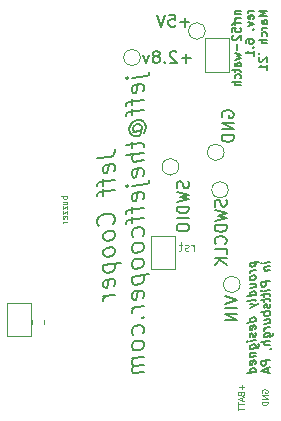
<source format=gbr>
%TF.GenerationSoftware,KiCad,Pcbnew,(5.99.0-8775-g06a515339c)*%
%TF.CreationDate,2021-03-27T13:48:37-04:00*%
%TF.ProjectId,mk2,6d6b322e-6b69-4636-9164-5f7063625858,rev?*%
%TF.SameCoordinates,Original*%
%TF.FileFunction,Legend,Bot*%
%TF.FilePolarity,Positive*%
%FSLAX46Y46*%
G04 Gerber Fmt 4.6, Leading zero omitted, Abs format (unit mm)*
G04 Created by KiCad (PCBNEW (5.99.0-8775-g06a515339c)) date 2021-03-27 13:48:37*
%MOMM*%
%LPD*%
G01*
G04 APERTURE LIST*
%ADD10C,0.175000*%
%ADD11C,0.150000*%
%ADD12C,0.125000*%
%ADD13C,0.187500*%
%ADD14C,0.200000*%
%ADD15C,0.100000*%
%ADD16C,0.120000*%
G04 APERTURE END LIST*
D10*
X31473000Y-13030416D02*
X31939666Y-13030416D01*
X31539666Y-13030416D02*
X31506333Y-13063750D01*
X31473000Y-13130416D01*
X31473000Y-13230416D01*
X31506333Y-13297083D01*
X31573000Y-13330416D01*
X31939666Y-13330416D01*
X31939666Y-13663750D02*
X31473000Y-13663750D01*
X31606333Y-13663750D02*
X31539666Y-13697083D01*
X31506333Y-13730416D01*
X31473000Y-13797083D01*
X31473000Y-13863750D01*
X31473000Y-13997083D02*
X31473000Y-14263750D01*
X31939666Y-14097083D02*
X31339666Y-14097083D01*
X31273000Y-14130416D01*
X31239666Y-14197083D01*
X31239666Y-14263750D01*
X31239666Y-14830416D02*
X31239666Y-14497083D01*
X31573000Y-14463750D01*
X31539666Y-14497083D01*
X31506333Y-14563750D01*
X31506333Y-14730416D01*
X31539666Y-14797083D01*
X31573000Y-14830416D01*
X31639666Y-14863750D01*
X31806333Y-14863750D01*
X31873000Y-14830416D01*
X31906333Y-14797083D01*
X31939666Y-14730416D01*
X31939666Y-14563750D01*
X31906333Y-14497083D01*
X31873000Y-14463750D01*
X31306333Y-15130416D02*
X31273000Y-15163750D01*
X31239666Y-15230416D01*
X31239666Y-15397083D01*
X31273000Y-15463750D01*
X31306333Y-15497083D01*
X31373000Y-15530416D01*
X31439666Y-15530416D01*
X31539666Y-15497083D01*
X31939666Y-15097083D01*
X31939666Y-15530416D01*
X31673000Y-15830416D02*
X31673000Y-16363750D01*
X31473000Y-16630416D02*
X31939666Y-16763750D01*
X31606333Y-16897083D01*
X31939666Y-17030416D01*
X31473000Y-17163750D01*
X31939666Y-17730416D02*
X31573000Y-17730416D01*
X31506333Y-17697083D01*
X31473000Y-17630416D01*
X31473000Y-17497083D01*
X31506333Y-17430416D01*
X31906333Y-17730416D02*
X31939666Y-17663750D01*
X31939666Y-17497083D01*
X31906333Y-17430416D01*
X31839666Y-17397083D01*
X31773000Y-17397083D01*
X31706333Y-17430416D01*
X31673000Y-17497083D01*
X31673000Y-17663750D01*
X31639666Y-17730416D01*
X31473000Y-17963750D02*
X31473000Y-18230416D01*
X31239666Y-18063750D02*
X31839666Y-18063750D01*
X31906333Y-18097083D01*
X31939666Y-18163750D01*
X31939666Y-18230416D01*
X31906333Y-18763750D02*
X31939666Y-18697083D01*
X31939666Y-18563750D01*
X31906333Y-18497083D01*
X31873000Y-18463750D01*
X31806333Y-18430416D01*
X31606333Y-18430416D01*
X31539666Y-18463750D01*
X31506333Y-18497083D01*
X31473000Y-18563750D01*
X31473000Y-18697083D01*
X31506333Y-18763750D01*
X31939666Y-19063750D02*
X31239666Y-19063750D01*
X31939666Y-19363750D02*
X31573000Y-19363750D01*
X31506333Y-19330416D01*
X31473000Y-19263750D01*
X31473000Y-19163750D01*
X31506333Y-19097083D01*
X31539666Y-19063750D01*
X33066666Y-13030416D02*
X32600000Y-13030416D01*
X32733333Y-13030416D02*
X32666666Y-13063750D01*
X32633333Y-13097083D01*
X32600000Y-13163750D01*
X32600000Y-13230416D01*
X33033333Y-13730416D02*
X33066666Y-13663750D01*
X33066666Y-13530416D01*
X33033333Y-13463750D01*
X32966666Y-13430416D01*
X32700000Y-13430416D01*
X32633333Y-13463750D01*
X32600000Y-13530416D01*
X32600000Y-13663750D01*
X32633333Y-13730416D01*
X32700000Y-13763750D01*
X32766666Y-13763750D01*
X32833333Y-13430416D01*
X32600000Y-13997083D02*
X33066666Y-14163750D01*
X32600000Y-14330416D01*
X33000000Y-14597083D02*
X33033333Y-14630416D01*
X33066666Y-14597083D01*
X33033333Y-14563750D01*
X33000000Y-14597083D01*
X33066666Y-14597083D01*
X32366666Y-15763750D02*
X32366666Y-15630416D01*
X32400000Y-15563750D01*
X32433333Y-15530416D01*
X32533333Y-15463750D01*
X32666666Y-15430416D01*
X32933333Y-15430416D01*
X33000000Y-15463750D01*
X33033333Y-15497083D01*
X33066666Y-15563750D01*
X33066666Y-15697083D01*
X33033333Y-15763750D01*
X33000000Y-15797083D01*
X32933333Y-15830416D01*
X32766666Y-15830416D01*
X32700000Y-15797083D01*
X32666666Y-15763750D01*
X32633333Y-15697083D01*
X32633333Y-15563750D01*
X32666666Y-15497083D01*
X32700000Y-15463750D01*
X32766666Y-15430416D01*
X33000000Y-16130416D02*
X33033333Y-16163750D01*
X33066666Y-16130416D01*
X33033333Y-16097083D01*
X33000000Y-16130416D01*
X33066666Y-16130416D01*
X33066666Y-16830416D02*
X33066666Y-16430416D01*
X33066666Y-16630416D02*
X32366666Y-16630416D01*
X32466666Y-16563750D01*
X32533333Y-16497083D01*
X32566666Y-16430416D01*
X34193666Y-13030416D02*
X33493666Y-13030416D01*
X33993666Y-13263750D01*
X33493666Y-13497083D01*
X34193666Y-13497083D01*
X34193666Y-14130416D02*
X33827000Y-14130416D01*
X33760333Y-14097083D01*
X33727000Y-14030416D01*
X33727000Y-13897083D01*
X33760333Y-13830416D01*
X34160333Y-14130416D02*
X34193666Y-14063750D01*
X34193666Y-13897083D01*
X34160333Y-13830416D01*
X34093666Y-13797083D01*
X34027000Y-13797083D01*
X33960333Y-13830416D01*
X33927000Y-13897083D01*
X33927000Y-14063750D01*
X33893666Y-14130416D01*
X34193666Y-14463750D02*
X33727000Y-14463750D01*
X33860333Y-14463750D02*
X33793666Y-14497083D01*
X33760333Y-14530416D01*
X33727000Y-14597083D01*
X33727000Y-14663750D01*
X34160333Y-15197083D02*
X34193666Y-15130416D01*
X34193666Y-14997083D01*
X34160333Y-14930416D01*
X34127000Y-14897083D01*
X34060333Y-14863750D01*
X33860333Y-14863750D01*
X33793666Y-14897083D01*
X33760333Y-14930416D01*
X33727000Y-14997083D01*
X33727000Y-15130416D01*
X33760333Y-15197083D01*
X34193666Y-15497083D02*
X33493666Y-15497083D01*
X34193666Y-15797083D02*
X33827000Y-15797083D01*
X33760333Y-15763750D01*
X33727000Y-15697083D01*
X33727000Y-15597083D01*
X33760333Y-15530416D01*
X33793666Y-15497083D01*
X33493666Y-16697083D02*
X33627000Y-16630416D01*
X33560333Y-16963750D02*
X33527000Y-16997083D01*
X33493666Y-17063750D01*
X33493666Y-17230416D01*
X33527000Y-17297083D01*
X33560333Y-17330416D01*
X33627000Y-17363750D01*
X33693666Y-17363750D01*
X33793666Y-17330416D01*
X34193666Y-16930416D01*
X34193666Y-17363750D01*
X34193666Y-18030416D02*
X34193666Y-17630416D01*
X34193666Y-17830416D02*
X33493666Y-17830416D01*
X33593666Y-17763750D01*
X33660333Y-17697083D01*
X33693666Y-17630416D01*
D11*
X27702380Y-17071428D02*
X26940476Y-17071428D01*
X27321428Y-17452380D02*
X27321428Y-16690476D01*
X26511904Y-16547619D02*
X26464285Y-16500000D01*
X26369047Y-16452380D01*
X26130952Y-16452380D01*
X26035714Y-16500000D01*
X25988095Y-16547619D01*
X25940476Y-16642857D01*
X25940476Y-16738095D01*
X25988095Y-16880952D01*
X26559523Y-17452380D01*
X25940476Y-17452380D01*
X25511904Y-17357142D02*
X25464285Y-17404761D01*
X25511904Y-17452380D01*
X25559523Y-17404761D01*
X25511904Y-17357142D01*
X25511904Y-17452380D01*
X24892857Y-16880952D02*
X24988095Y-16833333D01*
X25035714Y-16785714D01*
X25083333Y-16690476D01*
X25083333Y-16642857D01*
X25035714Y-16547619D01*
X24988095Y-16500000D01*
X24892857Y-16452380D01*
X24702380Y-16452380D01*
X24607142Y-16500000D01*
X24559523Y-16547619D01*
X24511904Y-16642857D01*
X24511904Y-16690476D01*
X24559523Y-16785714D01*
X24607142Y-16833333D01*
X24702380Y-16880952D01*
X24892857Y-16880952D01*
X24988095Y-16928571D01*
X25035714Y-16976190D01*
X25083333Y-17071428D01*
X25083333Y-17261904D01*
X25035714Y-17357142D01*
X24988095Y-17404761D01*
X24892857Y-17452380D01*
X24702380Y-17452380D01*
X24607142Y-17404761D01*
X24559523Y-17357142D01*
X24511904Y-17261904D01*
X24511904Y-17071428D01*
X24559523Y-16976190D01*
X24607142Y-16928571D01*
X24702380Y-16880952D01*
X24178571Y-16785714D02*
X23940476Y-17452380D01*
X23702380Y-16785714D01*
X27600114Y-13990628D02*
X26838209Y-13990628D01*
X27219161Y-14371580D02*
X27219161Y-13609676D01*
X25885828Y-13371580D02*
X26362019Y-13371580D01*
X26409638Y-13847771D01*
X26362019Y-13800152D01*
X26266780Y-13752533D01*
X26028685Y-13752533D01*
X25933447Y-13800152D01*
X25885828Y-13847771D01*
X25838209Y-13943009D01*
X25838209Y-14181104D01*
X25885828Y-14276342D01*
X25933447Y-14323961D01*
X26028685Y-14371580D01*
X26266780Y-14371580D01*
X26362019Y-14323961D01*
X26409638Y-14276342D01*
X25552495Y-13371580D02*
X25219161Y-14371580D01*
X24885828Y-13371580D01*
D12*
X17244190Y-28737857D02*
X16744190Y-28737857D01*
X16934666Y-28737857D02*
X16910857Y-28785476D01*
X16910857Y-28880714D01*
X16934666Y-28928333D01*
X16958476Y-28952142D01*
X17006095Y-28975952D01*
X17148952Y-28975952D01*
X17196571Y-28952142D01*
X17220380Y-28928333D01*
X17244190Y-28880714D01*
X17244190Y-28785476D01*
X17220380Y-28737857D01*
X16910857Y-29404523D02*
X17244190Y-29404523D01*
X16910857Y-29190238D02*
X17172761Y-29190238D01*
X17220380Y-29214047D01*
X17244190Y-29261666D01*
X17244190Y-29333095D01*
X17220380Y-29380714D01*
X17196571Y-29404523D01*
X16910857Y-29595000D02*
X16910857Y-29856904D01*
X17244190Y-29595000D01*
X17244190Y-29856904D01*
X16910857Y-29999761D02*
X16910857Y-30261666D01*
X17244190Y-29999761D01*
X17244190Y-30261666D01*
X17220380Y-30642619D02*
X17244190Y-30595000D01*
X17244190Y-30499761D01*
X17220380Y-30452142D01*
X17172761Y-30428333D01*
X16982285Y-30428333D01*
X16934666Y-30452142D01*
X16910857Y-30499761D01*
X16910857Y-30595000D01*
X16934666Y-30642619D01*
X16982285Y-30666428D01*
X17029904Y-30666428D01*
X17077523Y-30428333D01*
X17244190Y-30880714D02*
X16910857Y-30880714D01*
X17006095Y-30880714D02*
X16958476Y-30904523D01*
X16934666Y-30928333D01*
X16910857Y-30975952D01*
X16910857Y-31023571D01*
D11*
X30652380Y-37204761D02*
X31652380Y-37538095D01*
X30652380Y-37871428D01*
X31652380Y-38204761D02*
X30652380Y-38204761D01*
X31652380Y-38680952D02*
X30652380Y-38680952D01*
X31652380Y-39252380D01*
X30652380Y-39252380D01*
X30400000Y-22038095D02*
X30352380Y-21942857D01*
X30352380Y-21800000D01*
X30400000Y-21657142D01*
X30495238Y-21561904D01*
X30590476Y-21514285D01*
X30780952Y-21466666D01*
X30923809Y-21466666D01*
X31114285Y-21514285D01*
X31209523Y-21561904D01*
X31304761Y-21657142D01*
X31352380Y-21800000D01*
X31352380Y-21895238D01*
X31304761Y-22038095D01*
X31257142Y-22085714D01*
X30923809Y-22085714D01*
X30923809Y-21895238D01*
X31352380Y-22514285D02*
X30352380Y-22514285D01*
X31352380Y-23085714D01*
X30352380Y-23085714D01*
X31352380Y-23561904D02*
X30352380Y-23561904D01*
X30352380Y-23800000D01*
X30400000Y-23942857D01*
X30495238Y-24038095D01*
X30590476Y-24085714D01*
X30780952Y-24133333D01*
X30923809Y-24133333D01*
X31114285Y-24085714D01*
X31209523Y-24038095D01*
X31304761Y-23942857D01*
X31352380Y-23800000D01*
X31352380Y-23561904D01*
D13*
X32735535Y-34367410D02*
X33485535Y-34273660D01*
X32771250Y-34362946D02*
X32735535Y-34438839D01*
X32735535Y-34581696D01*
X32771250Y-34648660D01*
X32806964Y-34679910D01*
X32878392Y-34706696D01*
X33092678Y-34679910D01*
X33164107Y-34635267D01*
X33199821Y-34595089D01*
X33235535Y-34519196D01*
X33235535Y-34376339D01*
X33199821Y-34309375D01*
X33235535Y-34983482D02*
X32735535Y-35045982D01*
X32878392Y-35028125D02*
X32806964Y-35072767D01*
X32771250Y-35112946D01*
X32735535Y-35188839D01*
X32735535Y-35260267D01*
X33235535Y-35554910D02*
X33199821Y-35487946D01*
X33164107Y-35456696D01*
X33092678Y-35429910D01*
X32878392Y-35456696D01*
X32806964Y-35501339D01*
X32771250Y-35541517D01*
X32735535Y-35617410D01*
X32735535Y-35724553D01*
X32771250Y-35791517D01*
X32806964Y-35822767D01*
X32878392Y-35849553D01*
X33092678Y-35822767D01*
X33164107Y-35778125D01*
X33199821Y-35737946D01*
X33235535Y-35662053D01*
X33235535Y-35554910D01*
X32735535Y-36510267D02*
X33235535Y-36447767D01*
X32735535Y-36188839D02*
X33128392Y-36139732D01*
X33199821Y-36166517D01*
X33235535Y-36233482D01*
X33235535Y-36340625D01*
X33199821Y-36416517D01*
X33164107Y-36456696D01*
X33235535Y-37126339D02*
X32485535Y-37220089D01*
X33199821Y-37130803D02*
X33235535Y-37054910D01*
X33235535Y-36912053D01*
X33199821Y-36845089D01*
X33164107Y-36813839D01*
X33092678Y-36787053D01*
X32878392Y-36813839D01*
X32806964Y-36858482D01*
X32771250Y-36898660D01*
X32735535Y-36974553D01*
X32735535Y-37117410D01*
X32771250Y-37184375D01*
X33235535Y-37590625D02*
X33199821Y-37523660D01*
X33128392Y-37496875D01*
X32485535Y-37577232D01*
X32735535Y-37867410D02*
X33235535Y-37983482D01*
X32735535Y-38224553D02*
X33235535Y-37983482D01*
X33414107Y-37889732D01*
X33449821Y-37849553D01*
X33485535Y-37773660D01*
X33235535Y-39340625D02*
X32485535Y-39434375D01*
X33199821Y-39345089D02*
X33235535Y-39269196D01*
X33235535Y-39126339D01*
X33199821Y-39059375D01*
X33164107Y-39028125D01*
X33092678Y-39001339D01*
X32878392Y-39028125D01*
X32806964Y-39072767D01*
X32771250Y-39112946D01*
X32735535Y-39188839D01*
X32735535Y-39331696D01*
X32771250Y-39398660D01*
X33199821Y-39987946D02*
X33235535Y-39912053D01*
X33235535Y-39769196D01*
X33199821Y-39702232D01*
X33128392Y-39675446D01*
X32842678Y-39711160D01*
X32771250Y-39755803D01*
X32735535Y-39831696D01*
X32735535Y-39974553D01*
X32771250Y-40041517D01*
X32842678Y-40068303D01*
X32914107Y-40059375D01*
X32985535Y-39693303D01*
X33199821Y-40309375D02*
X33235535Y-40376339D01*
X33235535Y-40519196D01*
X33199821Y-40595089D01*
X33128392Y-40639732D01*
X33092678Y-40644196D01*
X33021250Y-40617410D01*
X32985535Y-40550446D01*
X32985535Y-40443303D01*
X32949821Y-40376339D01*
X32878392Y-40349553D01*
X32842678Y-40354017D01*
X32771250Y-40398660D01*
X32735535Y-40474553D01*
X32735535Y-40581696D01*
X32771250Y-40648660D01*
X33235535Y-40947767D02*
X32735535Y-41010267D01*
X32485535Y-41041517D02*
X32521250Y-41001339D01*
X32556964Y-41032589D01*
X32521250Y-41072767D01*
X32485535Y-41041517D01*
X32556964Y-41032589D01*
X32735535Y-41688839D02*
X33342678Y-41612946D01*
X33414107Y-41568303D01*
X33449821Y-41528125D01*
X33485535Y-41452232D01*
X33485535Y-41345089D01*
X33449821Y-41278125D01*
X33199821Y-41630803D02*
X33235535Y-41554910D01*
X33235535Y-41412053D01*
X33199821Y-41345089D01*
X33164107Y-41313839D01*
X33092678Y-41287053D01*
X32878392Y-41313839D01*
X32806964Y-41358482D01*
X32771250Y-41398660D01*
X32735535Y-41474553D01*
X32735535Y-41617410D01*
X32771250Y-41684375D01*
X32735535Y-42045982D02*
X33235535Y-41983482D01*
X32806964Y-42037053D02*
X32771250Y-42077232D01*
X32735535Y-42153125D01*
X32735535Y-42260267D01*
X32771250Y-42327232D01*
X32842678Y-42354017D01*
X33235535Y-42304910D01*
X33199821Y-42952232D02*
X33235535Y-42876339D01*
X33235535Y-42733482D01*
X33199821Y-42666517D01*
X33128392Y-42639732D01*
X32842678Y-42675446D01*
X32771250Y-42720089D01*
X32735535Y-42795982D01*
X32735535Y-42938839D01*
X32771250Y-43005803D01*
X32842678Y-43032589D01*
X32914107Y-43023660D01*
X32985535Y-42657589D01*
X33235535Y-43626339D02*
X32485535Y-43720089D01*
X33199821Y-43630803D02*
X33235535Y-43554910D01*
X33235535Y-43412053D01*
X33199821Y-43345089D01*
X33164107Y-43313839D01*
X33092678Y-43287053D01*
X32878392Y-43313839D01*
X32806964Y-43358482D01*
X32771250Y-43398660D01*
X32735535Y-43474553D01*
X32735535Y-43617410D01*
X32771250Y-43684375D01*
X34443035Y-34304910D02*
X33943035Y-34367410D01*
X33693035Y-34398660D02*
X33728750Y-34358482D01*
X33764464Y-34389732D01*
X33728750Y-34429910D01*
X33693035Y-34398660D01*
X33764464Y-34389732D01*
X33943035Y-34724553D02*
X34443035Y-34662053D01*
X34014464Y-34715625D02*
X33978750Y-34755803D01*
X33943035Y-34831696D01*
X33943035Y-34938839D01*
X33978750Y-35005803D01*
X34050178Y-35032589D01*
X34443035Y-34983482D01*
X34443035Y-35912053D02*
X33693035Y-36005803D01*
X33693035Y-36291517D01*
X33728750Y-36358482D01*
X33764464Y-36389732D01*
X33835892Y-36416517D01*
X33943035Y-36403125D01*
X34014464Y-36358482D01*
X34050178Y-36318303D01*
X34085892Y-36242410D01*
X34085892Y-35956696D01*
X34443035Y-36662053D02*
X33943035Y-36724553D01*
X33693035Y-36755803D02*
X33728750Y-36715625D01*
X33764464Y-36746875D01*
X33728750Y-36787053D01*
X33693035Y-36755803D01*
X33764464Y-36746875D01*
X33943035Y-36974553D02*
X33943035Y-37260267D01*
X33693035Y-37112946D02*
X34335892Y-37032589D01*
X34407321Y-37059375D01*
X34443035Y-37126339D01*
X34443035Y-37197767D01*
X33943035Y-37403125D02*
X33943035Y-37688839D01*
X33693035Y-37541517D02*
X34335892Y-37461160D01*
X34407321Y-37487946D01*
X34443035Y-37554910D01*
X34443035Y-37626339D01*
X34407321Y-37845089D02*
X34443035Y-37912053D01*
X34443035Y-38054910D01*
X34407321Y-38130803D01*
X34335892Y-38175446D01*
X34300178Y-38179910D01*
X34228750Y-38153125D01*
X34193035Y-38086160D01*
X34193035Y-37979017D01*
X34157321Y-37912053D01*
X34085892Y-37885267D01*
X34050178Y-37889732D01*
X33978750Y-37934375D01*
X33943035Y-38010267D01*
X33943035Y-38117410D01*
X33978750Y-38184375D01*
X34443035Y-38483482D02*
X33693035Y-38577232D01*
X33978750Y-38541517D02*
X33943035Y-38617410D01*
X33943035Y-38760267D01*
X33978750Y-38827232D01*
X34014464Y-38858482D01*
X34085892Y-38885267D01*
X34300178Y-38858482D01*
X34371607Y-38813839D01*
X34407321Y-38773660D01*
X34443035Y-38697767D01*
X34443035Y-38554910D01*
X34407321Y-38487946D01*
X33943035Y-39545982D02*
X34443035Y-39483482D01*
X33943035Y-39224553D02*
X34335892Y-39175446D01*
X34407321Y-39202232D01*
X34443035Y-39269196D01*
X34443035Y-39376339D01*
X34407321Y-39452232D01*
X34371607Y-39492410D01*
X34443035Y-39840625D02*
X33943035Y-39903125D01*
X34085892Y-39885267D02*
X34014464Y-39929910D01*
X33978750Y-39970089D01*
X33943035Y-40045982D01*
X33943035Y-40117410D01*
X33943035Y-40688839D02*
X34550178Y-40612946D01*
X34621607Y-40568303D01*
X34657321Y-40528125D01*
X34693035Y-40452232D01*
X34693035Y-40345089D01*
X34657321Y-40278125D01*
X34407321Y-40630803D02*
X34443035Y-40554910D01*
X34443035Y-40412053D01*
X34407321Y-40345089D01*
X34371607Y-40313839D01*
X34300178Y-40287053D01*
X34085892Y-40313839D01*
X34014464Y-40358482D01*
X33978750Y-40398660D01*
X33943035Y-40474553D01*
X33943035Y-40617410D01*
X33978750Y-40684375D01*
X34443035Y-40983482D02*
X33693035Y-41077232D01*
X34443035Y-41304910D02*
X34050178Y-41354017D01*
X33978750Y-41327232D01*
X33943035Y-41260267D01*
X33943035Y-41153125D01*
X33978750Y-41077232D01*
X34014464Y-41037053D01*
X34407321Y-41702232D02*
X34443035Y-41697767D01*
X34514464Y-41653125D01*
X34550178Y-41612946D01*
X34443035Y-42590625D02*
X33693035Y-42684375D01*
X33693035Y-42970089D01*
X33728750Y-43037053D01*
X33764464Y-43068303D01*
X33835892Y-43095089D01*
X33943035Y-43081696D01*
X34014464Y-43037053D01*
X34050178Y-42996875D01*
X34085892Y-42920982D01*
X34085892Y-42635267D01*
X34228750Y-43331696D02*
X34228750Y-43688839D01*
X34443035Y-43233482D02*
X33693035Y-43577232D01*
X34443035Y-43733482D01*
D12*
X32035714Y-44714285D02*
X32035714Y-45095238D01*
X32226190Y-44904761D02*
X31845238Y-44904761D01*
X31964285Y-45500000D02*
X31988095Y-45571428D01*
X32011904Y-45595238D01*
X32059523Y-45619047D01*
X32130952Y-45619047D01*
X32178571Y-45595238D01*
X32202380Y-45571428D01*
X32226190Y-45523809D01*
X32226190Y-45333333D01*
X31726190Y-45333333D01*
X31726190Y-45500000D01*
X31750000Y-45547619D01*
X31773809Y-45571428D01*
X31821428Y-45595238D01*
X31869047Y-45595238D01*
X31916666Y-45571428D01*
X31940476Y-45547619D01*
X31964285Y-45500000D01*
X31964285Y-45333333D01*
X32083333Y-45809523D02*
X32083333Y-46047619D01*
X32226190Y-45761904D02*
X31726190Y-45928571D01*
X32226190Y-46095238D01*
X31726190Y-46190476D02*
X31726190Y-46476190D01*
X32226190Y-46333333D02*
X31726190Y-46333333D01*
X31726190Y-46571428D02*
X31726190Y-46857142D01*
X32226190Y-46714285D02*
X31726190Y-46714285D01*
D11*
X30704761Y-29038095D02*
X30752380Y-29180952D01*
X30752380Y-29419047D01*
X30704761Y-29514285D01*
X30657142Y-29561904D01*
X30561904Y-29609523D01*
X30466666Y-29609523D01*
X30371428Y-29561904D01*
X30323809Y-29514285D01*
X30276190Y-29419047D01*
X30228571Y-29228571D01*
X30180952Y-29133333D01*
X30133333Y-29085714D01*
X30038095Y-29038095D01*
X29942857Y-29038095D01*
X29847619Y-29085714D01*
X29800000Y-29133333D01*
X29752380Y-29228571D01*
X29752380Y-29466666D01*
X29800000Y-29609523D01*
X29752380Y-29942857D02*
X30752380Y-30180952D01*
X30038095Y-30371428D01*
X30752380Y-30561904D01*
X29752380Y-30800000D01*
X30752380Y-31180952D02*
X29752380Y-31180952D01*
X29752380Y-31419047D01*
X29800000Y-31561904D01*
X29895238Y-31657142D01*
X29990476Y-31704761D01*
X30180952Y-31752380D01*
X30323809Y-31752380D01*
X30514285Y-31704761D01*
X30609523Y-31657142D01*
X30704761Y-31561904D01*
X30752380Y-31419047D01*
X30752380Y-31180952D01*
X30657142Y-32752380D02*
X30704761Y-32704761D01*
X30752380Y-32561904D01*
X30752380Y-32466666D01*
X30704761Y-32323809D01*
X30609523Y-32228571D01*
X30514285Y-32180952D01*
X30323809Y-32133333D01*
X30180952Y-32133333D01*
X29990476Y-32180952D01*
X29895238Y-32228571D01*
X29800000Y-32323809D01*
X29752380Y-32466666D01*
X29752380Y-32561904D01*
X29800000Y-32704761D01*
X29847619Y-32752380D01*
X30752380Y-33657142D02*
X30752380Y-33180952D01*
X29752380Y-33180952D01*
X30752380Y-33990476D02*
X29752380Y-33990476D01*
X30752380Y-34561904D02*
X30180952Y-34133333D01*
X29752380Y-34561904D02*
X30323809Y-33990476D01*
X27504761Y-27480952D02*
X27552380Y-27623809D01*
X27552380Y-27861904D01*
X27504761Y-27957142D01*
X27457142Y-28004761D01*
X27361904Y-28052380D01*
X27266666Y-28052380D01*
X27171428Y-28004761D01*
X27123809Y-27957142D01*
X27076190Y-27861904D01*
X27028571Y-27671428D01*
X26980952Y-27576190D01*
X26933333Y-27528571D01*
X26838095Y-27480952D01*
X26742857Y-27480952D01*
X26647619Y-27528571D01*
X26600000Y-27576190D01*
X26552380Y-27671428D01*
X26552380Y-27909523D01*
X26600000Y-28052380D01*
X26552380Y-28385714D02*
X27552380Y-28623809D01*
X26838095Y-28814285D01*
X27552380Y-29004761D01*
X26552380Y-29242857D01*
X27552380Y-29623809D02*
X26552380Y-29623809D01*
X26552380Y-29861904D01*
X26600000Y-30004761D01*
X26695238Y-30100000D01*
X26790476Y-30147619D01*
X26980952Y-30195238D01*
X27123809Y-30195238D01*
X27314285Y-30147619D01*
X27409523Y-30100000D01*
X27504761Y-30004761D01*
X27552380Y-29861904D01*
X27552380Y-29623809D01*
X27552380Y-30623809D02*
X26552380Y-30623809D01*
X26552380Y-31290476D02*
X26552380Y-31480952D01*
X26600000Y-31576190D01*
X26695238Y-31671428D01*
X26885714Y-31719047D01*
X27219047Y-31719047D01*
X27409523Y-31671428D01*
X27504761Y-31576190D01*
X27552380Y-31480952D01*
X27552380Y-31290476D01*
X27504761Y-31195238D01*
X27409523Y-31100000D01*
X27219047Y-31052380D01*
X26885714Y-31052380D01*
X26695238Y-31100000D01*
X26600000Y-31195238D01*
X26552380Y-31290476D01*
D14*
X19815071Y-25537491D02*
X20886500Y-25403562D01*
X21100785Y-25305348D01*
X21243642Y-25144633D01*
X21315071Y-24921419D01*
X21315071Y-24778562D01*
X21243642Y-26644633D02*
X21315071Y-26492848D01*
X21315071Y-26207133D01*
X21243642Y-26073205D01*
X21100785Y-26019633D01*
X20529357Y-26091062D01*
X20386500Y-26180348D01*
X20315071Y-26332133D01*
X20315071Y-26617848D01*
X20386500Y-26751776D01*
X20529357Y-26805348D01*
X20672214Y-26787491D01*
X20815071Y-26055348D01*
X20315071Y-27260705D02*
X20315071Y-27832133D01*
X21315071Y-27349991D02*
X20029357Y-27510705D01*
X19886500Y-27599991D01*
X19815071Y-27751776D01*
X19815071Y-27894633D01*
X20315071Y-28117848D02*
X20315071Y-28689276D01*
X21315071Y-28207133D02*
X20029357Y-28367848D01*
X19886500Y-28457133D01*
X19815071Y-28608919D01*
X19815071Y-28751776D01*
X21172214Y-31082133D02*
X21243642Y-31001776D01*
X21315071Y-30778562D01*
X21315071Y-30635705D01*
X21243642Y-30430348D01*
X21100785Y-30305348D01*
X20957928Y-30251776D01*
X20672214Y-30216062D01*
X20457928Y-30242848D01*
X20172214Y-30349991D01*
X20029357Y-30439276D01*
X19886500Y-30599991D01*
X19815071Y-30823205D01*
X19815071Y-30966062D01*
X19886500Y-31171419D01*
X19957928Y-31233919D01*
X21315071Y-31921419D02*
X21243642Y-31787491D01*
X21172214Y-31724991D01*
X21029357Y-31671419D01*
X20600785Y-31724991D01*
X20457928Y-31814276D01*
X20386500Y-31894633D01*
X20315071Y-32046419D01*
X20315071Y-32260705D01*
X20386500Y-32394633D01*
X20457928Y-32457133D01*
X20600785Y-32510705D01*
X21029357Y-32457133D01*
X21172214Y-32367848D01*
X21243642Y-32287491D01*
X21315071Y-32135705D01*
X21315071Y-31921419D01*
X21315071Y-33278562D02*
X21243642Y-33144633D01*
X21172214Y-33082133D01*
X21029357Y-33028562D01*
X20600785Y-33082133D01*
X20457928Y-33171419D01*
X20386500Y-33251776D01*
X20315071Y-33403562D01*
X20315071Y-33617848D01*
X20386500Y-33751776D01*
X20457928Y-33814276D01*
X20600785Y-33867848D01*
X21029357Y-33814276D01*
X21172214Y-33724991D01*
X21243642Y-33644633D01*
X21315071Y-33492848D01*
X21315071Y-33278562D01*
X20315071Y-34546419D02*
X21815071Y-34358919D01*
X20386500Y-34537491D02*
X20315071Y-34689276D01*
X20315071Y-34974991D01*
X20386500Y-35108919D01*
X20457928Y-35171419D01*
X20600785Y-35224991D01*
X21029357Y-35171419D01*
X21172214Y-35082133D01*
X21243642Y-35001776D01*
X21315071Y-34849991D01*
X21315071Y-34564276D01*
X21243642Y-34430348D01*
X21243642Y-36358919D02*
X21315071Y-36207133D01*
X21315071Y-35921419D01*
X21243642Y-35787491D01*
X21100785Y-35733919D01*
X20529357Y-35805348D01*
X20386500Y-35894633D01*
X20315071Y-36046419D01*
X20315071Y-36332133D01*
X20386500Y-36466062D01*
X20529357Y-36519633D01*
X20672214Y-36501776D01*
X20815071Y-35769633D01*
X21315071Y-37064276D02*
X20315071Y-37189276D01*
X20600785Y-37153562D02*
X20457928Y-37242848D01*
X20386500Y-37323205D01*
X20315071Y-37474991D01*
X20315071Y-37617848D01*
X22730071Y-18689276D02*
X24015785Y-18528562D01*
X24158642Y-18439276D01*
X24230071Y-18287491D01*
X24230071Y-18216062D01*
X22230071Y-18751776D02*
X22301500Y-18671419D01*
X22372928Y-18733919D01*
X22301500Y-18814276D01*
X22230071Y-18751776D01*
X22372928Y-18733919D01*
X23658642Y-19858919D02*
X23730071Y-19707133D01*
X23730071Y-19421419D01*
X23658642Y-19287491D01*
X23515785Y-19233919D01*
X22944357Y-19305348D01*
X22801500Y-19394633D01*
X22730071Y-19546419D01*
X22730071Y-19832133D01*
X22801500Y-19966062D01*
X22944357Y-20019633D01*
X23087214Y-20001776D01*
X23230071Y-19269633D01*
X22730071Y-20474991D02*
X22730071Y-21046419D01*
X23730071Y-20564276D02*
X22444357Y-20724991D01*
X22301500Y-20814276D01*
X22230071Y-20966062D01*
X22230071Y-21108919D01*
X22730071Y-21332133D02*
X22730071Y-21903562D01*
X23730071Y-21421419D02*
X22444357Y-21582133D01*
X22301500Y-21671419D01*
X22230071Y-21823205D01*
X22230071Y-21966062D01*
X23015785Y-23296419D02*
X22944357Y-23233919D01*
X22872928Y-23099991D01*
X22872928Y-22957133D01*
X22944357Y-22805348D01*
X23015785Y-22724991D01*
X23158642Y-22635705D01*
X23301500Y-22617848D01*
X23444357Y-22671419D01*
X23515785Y-22733919D01*
X23587214Y-22867848D01*
X23587214Y-23010705D01*
X23515785Y-23162491D01*
X23444357Y-23242848D01*
X22872928Y-23314276D02*
X23444357Y-23242848D01*
X23515785Y-23305348D01*
X23515785Y-23376776D01*
X23444357Y-23528562D01*
X23301500Y-23617848D01*
X22944357Y-23662491D01*
X22730071Y-23546419D01*
X22587214Y-23349991D01*
X22515785Y-23073205D01*
X22587214Y-22778562D01*
X22730071Y-22546419D01*
X22944357Y-22376776D01*
X23230071Y-22269633D01*
X23515785Y-22305348D01*
X23730071Y-22421419D01*
X23872928Y-22617848D01*
X23944357Y-22894633D01*
X23872928Y-23189276D01*
X23730071Y-23421419D01*
X22730071Y-24117848D02*
X22730071Y-24689276D01*
X22230071Y-24394633D02*
X23515785Y-24233919D01*
X23658642Y-24287491D01*
X23730071Y-24421419D01*
X23730071Y-24564276D01*
X23730071Y-25064276D02*
X22230071Y-25251776D01*
X23730071Y-25707133D02*
X22944357Y-25805348D01*
X22801500Y-25751776D01*
X22730071Y-25617848D01*
X22730071Y-25403562D01*
X22801500Y-25251776D01*
X22872928Y-25171419D01*
X23658642Y-27001776D02*
X23730071Y-26849991D01*
X23730071Y-26564276D01*
X23658642Y-26430348D01*
X23515785Y-26376776D01*
X22944357Y-26448205D01*
X22801500Y-26537491D01*
X22730071Y-26689276D01*
X22730071Y-26974991D01*
X22801500Y-27108919D01*
X22944357Y-27162491D01*
X23087214Y-27144633D01*
X23230071Y-26412491D01*
X22730071Y-27832133D02*
X24015785Y-27671419D01*
X24158642Y-27582133D01*
X24230071Y-27430348D01*
X24230071Y-27358919D01*
X22230071Y-27894633D02*
X22301500Y-27814276D01*
X22372928Y-27876776D01*
X22301500Y-27957133D01*
X22230071Y-27894633D01*
X22372928Y-27876776D01*
X23658642Y-29001776D02*
X23730071Y-28849991D01*
X23730071Y-28564276D01*
X23658642Y-28430348D01*
X23515785Y-28376776D01*
X22944357Y-28448205D01*
X22801500Y-28537491D01*
X22730071Y-28689276D01*
X22730071Y-28974991D01*
X22801500Y-29108919D01*
X22944357Y-29162491D01*
X23087214Y-29144633D01*
X23230071Y-28412491D01*
X22730071Y-29617848D02*
X22730071Y-30189276D01*
X23730071Y-29707133D02*
X22444357Y-29867848D01*
X22301500Y-29957133D01*
X22230071Y-30108919D01*
X22230071Y-30251776D01*
X22730071Y-30474991D02*
X22730071Y-31046419D01*
X23730071Y-30564276D02*
X22444357Y-30724991D01*
X22301500Y-30814276D01*
X22230071Y-30966062D01*
X22230071Y-31108919D01*
X23658642Y-32073205D02*
X23730071Y-31921419D01*
X23730071Y-31635705D01*
X23658642Y-31501776D01*
X23587214Y-31439276D01*
X23444357Y-31385705D01*
X23015785Y-31439276D01*
X22872928Y-31528562D01*
X22801500Y-31608919D01*
X22730071Y-31760705D01*
X22730071Y-32046419D01*
X22801500Y-32180348D01*
X23730071Y-32921419D02*
X23658642Y-32787491D01*
X23587214Y-32724991D01*
X23444357Y-32671419D01*
X23015785Y-32724991D01*
X22872928Y-32814276D01*
X22801500Y-32894633D01*
X22730071Y-33046419D01*
X22730071Y-33260705D01*
X22801500Y-33394633D01*
X22872928Y-33457133D01*
X23015785Y-33510705D01*
X23444357Y-33457133D01*
X23587214Y-33367848D01*
X23658642Y-33287491D01*
X23730071Y-33135705D01*
X23730071Y-32921419D01*
X23730071Y-34278562D02*
X23658642Y-34144633D01*
X23587214Y-34082133D01*
X23444357Y-34028562D01*
X23015785Y-34082133D01*
X22872928Y-34171419D01*
X22801500Y-34251776D01*
X22730071Y-34403562D01*
X22730071Y-34617848D01*
X22801500Y-34751776D01*
X22872928Y-34814276D01*
X23015785Y-34867848D01*
X23444357Y-34814276D01*
X23587214Y-34724991D01*
X23658642Y-34644633D01*
X23730071Y-34492848D01*
X23730071Y-34278562D01*
X22730071Y-35546419D02*
X24230071Y-35358919D01*
X22801500Y-35537491D02*
X22730071Y-35689276D01*
X22730071Y-35974991D01*
X22801500Y-36108919D01*
X22872928Y-36171419D01*
X23015785Y-36224991D01*
X23444357Y-36171419D01*
X23587214Y-36082133D01*
X23658642Y-36001776D01*
X23730071Y-35849991D01*
X23730071Y-35564276D01*
X23658642Y-35430348D01*
X23658642Y-37358919D02*
X23730071Y-37207133D01*
X23730071Y-36921419D01*
X23658642Y-36787491D01*
X23515785Y-36733919D01*
X22944357Y-36805348D01*
X22801500Y-36894633D01*
X22730071Y-37046419D01*
X22730071Y-37332133D01*
X22801500Y-37466062D01*
X22944357Y-37519633D01*
X23087214Y-37501776D01*
X23230071Y-36769633D01*
X23730071Y-38064276D02*
X22730071Y-38189276D01*
X23015785Y-38153562D02*
X22872928Y-38242848D01*
X22801500Y-38323205D01*
X22730071Y-38474991D01*
X22730071Y-38617848D01*
X23587214Y-39010705D02*
X23658642Y-39073205D01*
X23730071Y-38992848D01*
X23658642Y-38930348D01*
X23587214Y-39010705D01*
X23730071Y-38992848D01*
X23658642Y-40358919D02*
X23730071Y-40207133D01*
X23730071Y-39921419D01*
X23658642Y-39787491D01*
X23587214Y-39724991D01*
X23444357Y-39671419D01*
X23015785Y-39724991D01*
X22872928Y-39814276D01*
X22801500Y-39894633D01*
X22730071Y-40046419D01*
X22730071Y-40332133D01*
X22801500Y-40466062D01*
X23730071Y-41207133D02*
X23658642Y-41073205D01*
X23587214Y-41010705D01*
X23444357Y-40957133D01*
X23015785Y-41010705D01*
X22872928Y-41099991D01*
X22801500Y-41180348D01*
X22730071Y-41332133D01*
X22730071Y-41546419D01*
X22801500Y-41680348D01*
X22872928Y-41742848D01*
X23015785Y-41796419D01*
X23444357Y-41742848D01*
X23587214Y-41653562D01*
X23658642Y-41573205D01*
X23730071Y-41421419D01*
X23730071Y-41207133D01*
X23730071Y-42349991D02*
X22730071Y-42474991D01*
X22872928Y-42457133D02*
X22801500Y-42537491D01*
X22730071Y-42689276D01*
X22730071Y-42903562D01*
X22801500Y-43037491D01*
X22944357Y-43091062D01*
X23730071Y-42992848D01*
X22944357Y-43091062D02*
X22801500Y-43180348D01*
X22730071Y-43332133D01*
X22730071Y-43546419D01*
X22801500Y-43680348D01*
X22944357Y-43733919D01*
X23730071Y-43635705D01*
D15*
X27971428Y-33339285D02*
X27971428Y-32839285D01*
X27971428Y-32982142D02*
X27935714Y-32910714D01*
X27900000Y-32875000D01*
X27828571Y-32839285D01*
X27757142Y-32839285D01*
X27542857Y-33303571D02*
X27471428Y-33339285D01*
X27328571Y-33339285D01*
X27257142Y-33303571D01*
X27221428Y-33232142D01*
X27221428Y-33196428D01*
X27257142Y-33125000D01*
X27328571Y-33089285D01*
X27435714Y-33089285D01*
X27507142Y-33053571D01*
X27542857Y-32982142D01*
X27542857Y-32946428D01*
X27507142Y-32875000D01*
X27435714Y-32839285D01*
X27328571Y-32839285D01*
X27257142Y-32875000D01*
X27007142Y-32839285D02*
X26721428Y-32839285D01*
X26900000Y-32589285D02*
X26900000Y-33232142D01*
X26864285Y-33303571D01*
X26792857Y-33339285D01*
X26721428Y-33339285D01*
D12*
X33750000Y-45369047D02*
X33726190Y-45321428D01*
X33726190Y-45250000D01*
X33750000Y-45178571D01*
X33797619Y-45130952D01*
X33845238Y-45107142D01*
X33940476Y-45083333D01*
X34011904Y-45083333D01*
X34107142Y-45107142D01*
X34154761Y-45130952D01*
X34202380Y-45178571D01*
X34226190Y-45250000D01*
X34226190Y-45297619D01*
X34202380Y-45369047D01*
X34178571Y-45392857D01*
X34011904Y-45392857D01*
X34011904Y-45297619D01*
X34226190Y-45607142D02*
X33726190Y-45607142D01*
X34226190Y-45892857D01*
X33726190Y-45892857D01*
X34226190Y-46130952D02*
X33726190Y-46130952D01*
X33726190Y-46250000D01*
X33750000Y-46321428D01*
X33797619Y-46369047D01*
X33845238Y-46392857D01*
X33940476Y-46416666D01*
X34011904Y-46416666D01*
X34107142Y-46392857D01*
X34154761Y-46369047D01*
X34202380Y-46321428D01*
X34226190Y-46250000D01*
X34226190Y-46130952D01*
D16*
%TO.C,R1*%
X15310000Y-39562779D02*
X15310000Y-39237221D01*
X14290000Y-39562779D02*
X14290000Y-39237221D01*
%TO.C,TP5*%
X31900000Y-36200000D02*
G75*
G03*
X31900000Y-36200000I-700000J0D01*
G01*
%TO.C,TP1*%
X30545000Y-25019000D02*
G75*
G03*
X30545000Y-25019000I-700000J0D01*
G01*
%TO.C,TP3*%
X23450000Y-17000000D02*
G75*
G03*
X23450000Y-17000000I-700000J0D01*
G01*
%TO.C,TP6*%
X28950000Y-14750000D02*
G75*
G03*
X28950000Y-14750000I-700000J0D01*
G01*
%TO.C,JP3*%
X14200000Y-40600000D02*
X14200000Y-37800000D01*
X12200000Y-37800000D02*
X12200000Y-40600000D01*
X14200000Y-37800000D02*
X12200000Y-37800000D01*
X12200000Y-40600000D02*
X14200000Y-40600000D01*
%TO.C,TP4*%
X26700000Y-26250000D02*
G75*
G03*
X26700000Y-26250000I-700000J0D01*
G01*
%TO.C,JP2*%
X26400000Y-34928000D02*
X26400000Y-32128000D01*
X26400000Y-32128000D02*
X24400000Y-32128000D01*
X24400000Y-34928000D02*
X26400000Y-34928000D01*
X24400000Y-32128000D02*
X24400000Y-34928000D01*
%TO.C,TP2*%
X30900000Y-28200000D02*
G75*
G03*
X30900000Y-28200000I-700000J0D01*
G01*
%TO.C,JP1*%
X30972000Y-15379000D02*
X28972000Y-15379000D01*
X30972000Y-18179000D02*
X30972000Y-15379000D01*
X28972000Y-18179000D02*
X30972000Y-18179000D01*
X28972000Y-15379000D02*
X28972000Y-18179000D01*
%TD*%
M02*

</source>
